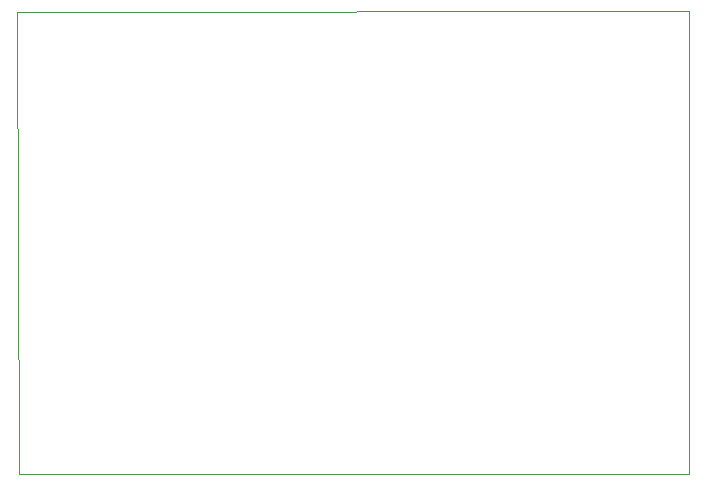
<source format=gbr>
%TF.GenerationSoftware,KiCad,Pcbnew,5.1.10-88a1d61d58~90~ubuntu20.04.1*%
%TF.CreationDate,2021-10-15T11:56:20+01:00*%
%TF.ProjectId,L6235-breakout,4c363233-352d-4627-9265-616b6f75742e,rev?*%
%TF.SameCoordinates,Original*%
%TF.FileFunction,Profile,NP*%
%FSLAX46Y46*%
G04 Gerber Fmt 4.6, Leading zero omitted, Abs format (unit mm)*
G04 Created by KiCad (PCBNEW 5.1.10-88a1d61d58~90~ubuntu20.04.1) date 2021-10-15 11:56:20*
%MOMM*%
%LPD*%
G01*
G04 APERTURE LIST*
%TA.AperFunction,Profile*%
%ADD10C,0.050000*%
%TD*%
G04 APERTURE END LIST*
D10*
X-25400Y-158826200D02*
X38100Y-158838900D01*
X101600Y-197967600D02*
X-25400Y-158826200D01*
X56819800Y-197967600D02*
X101600Y-197967600D01*
X56870600Y-158788100D02*
X56819800Y-197967600D01*
X38100Y-158838900D02*
X56870600Y-158788100D01*
M02*

</source>
